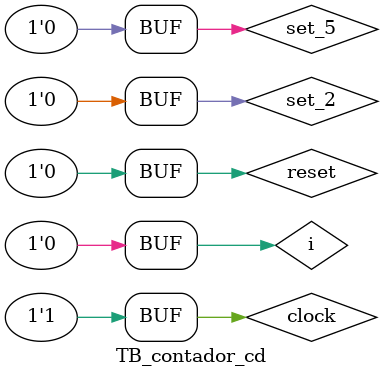
<source format=v>
module contador_cd(clock, i, reset, set_2, set_5, S3, S2, S1, S0);
  input clock, i, reset, set_2, set_5;
  output S3, S2, S1, S0;

  wire a, b, c, d;
  wire j3, k3, j2, k2, j1, k1, j0, k0;

  wire reset_jk3, reset_jk2, reset_jk1, reset_jk0;

  or or0(reset_jk3, reset, set_2, set_5);
  or or1(reset_jk2, reset, set_2);
  or or2(reset_jk1, reset, set_5);
  or or3(reset_jk0, reset, set_2);

  LEP_contador_cd LEP_contador_cd0(
    i, a, b, c, d,
    j3, k3, j2, k2, j1, k1, j0, k0
  );

  FF_jk FF_jk3(
    j3, k3, reset_jk3, 1'b0, clock, a
  );

  FF_jk FF_jk2(
    j2, k2, reset_jk2, set_5, clock, b
  );

  FF_jk FF_jk1(
    j1, k1, reset_jk1, set_2, clock, c
  );

  FF_jk FF_jk0(
    j0, k0, reset_jk0, set_5, clock, d
  );

  assign S3 = a;
  assign S2 = b;
  assign S1 = c;
  assign S0 = d;
endmodule

module LEP_contador_cd(i, a, b, c, d, j3, k3, j2, k2, j1, k1, j0, k0);
  input i, a, b, c, d;
  output j3, k3, j2, k2, j1, k1, j0, k0;

  wire not_i, not_a, not_b, not_c, not_d;
  wire w0, w1, w2, w3, w4, w5, w6, w7, w8, w9;
  wire w10, w11, w12, w13, w14;

  not not0(not_i, i);
  not not1(not_a, a);
  not not2(not_b, b);
  not not3(not_c, c);
  not not4(not_d, d);
  
  // j3 = (i, a, b, c, d) = i'b'c'd' + ia'bcd
  and and0(w0, not_i, not_b, not_c, not_d);
  and and1(w1, i, not_a, b, c, d);
  or or0(j3, w0, w1);

  // k3 = (i, a, b, c, d) = i'b'c'd' + ib'c'd
  and and2(w2, not_i, not_b, not_c, not_d);
  and and3(w3, i, not_b, not_c, d);
  or or1(k3, w2, w3);

  // j2 = (i, a, b, c, d) = i'ab'c'd' + ia'cd
  and and4(w4, not_i, a, not_b, not_c, not_d);
  and and5(w5, i, not_a, c, d);
  or or2(j2, w4, w5);

  // k2 = (i, a, b, c, d) = i'a'c'd' + ia'cd
  and and6(w6, not_i, not_a, not_c, not_d);
  and and7(w7, i, not_a, c, d);
  or or3(k2, w6, w7);

  // j1 = (i, a, b, c, d) = i'a'bd' + i'ab'c'd' + ia'd
  and and8(w8, not_i, not_a, b, not_d);
  and and9(w9, not_i, a, not_b, not_c, not_d);
  and and10(w10, i, not_a, d);
  or or4(j1, w8, w9, w10);

  // k1 = (i, a, b, c, d) = i'a'd' + ia'd
  and and11(w11, not_i, not_a, not_d);
  and and12(w12, i, not_a, d);
  or or5(k1, w11, w12);

  // j0 = (i, a, b, c, d) = a' + b'c'
  and and13(w13, not_b, not_c);
  or or6(j0, not_a, w13);

  // k0 = (i, a, b, c, d) = a' + b'c'
  and and14(w14, not_b, not_c);
  or or7(k0, not_a, w14);
endmodule

module TB_contador_cd();
  reg clock, reset, set_2, set_5, i;
  wire S3, S2, S1, S0;

  contador_cd contador_cd(clock, i, reset, set_2, set_5, S3, S2, S1, S0);

  initial begin
    clock = 1'b0; i = 1'b1; reset = 1'b0; set_2 = 1'b0; set_5 = 1'b0;
    clock = 1'b0; #10; // S = 0000
    clock = 1'b1; #10; // S = 0001
    clock = 1'b0; #10; // S = 0001
    clock = 1'b1; #10; // S = 0010
    clock = 1'b0; #10; // S = 0010
    clock = 1'b1; #10; // S = 0011
    clock = 1'b0; #10; // S = 0011
    clock = 1'b1; #10; // S = 0100
    clock = 1'b0; #10; // S = 0100
    clock = 1'b1; #10; // S = 0101
    clock = 1'b0; #10; // S = 0101
    clock = 1'b1; #10; // S = 0110
    clock = 1'b0; #10; // S = 0110
    clock = 1'b1; #10; // S = 0111
    clock = 1'b0; #10; // S = 0111
    clock = 1'b1; #10; // S = 1000
    clock = 1'b0; #10; // S = 1000
    clock = 1'b1; #10; // S = 1001
    clock = 1'b0; #10; // S = 1001
    clock = 1'b1; #10; // S = 0000
    clock = 1'b0; #10; // S = 0000
    clock = 1'b1; #10; // S = 0001
    clock = 1'b0; #10; // S = 0001

    reset = 1'b1; #10; // S = 0000
    reset = 1'b0; #10; // S = 0000

    clock = 1'b0; #10; // S = 0000
    clock = 1'b1; #10; // S = 0001
    clock = 1'b0; #10; // S = 0001
    clock = 1'b1; #10; // S = 0010

    reset = 1'b1; #10; // S = 0000
    reset = 1'b0; #10; // S = 0000

    set_2 = 1'b1; #10; // S = 0010
    set_2 = 1'b0; #10; // S = 0010
    
    clock = 1'b0; #10; // S = 0010
    clock = 1'b1; #10; // S = 0011

    reset = 1'b1; #10; // S = 0000
    reset = 1'b0; #10; // S = 0000

    set_5 = 1'b1; #10; // S = 0101
    set_5 = 1'b0; #10; // S = 0101

    clock = 1'b0; #10; // S = 0101
    clock = 1'b1; #10; // S = 0110

    // teste decremento
    i = 1'b0; #10; // S = 0110
    clock = 1'b0; #10; // S = 0110
    clock = 1'b1; #10; // S = 0101
    clock = 1'b0; #10; // S = 0101
    clock = 1'b1; #10; // S = 0100
    clock = 1'b0; #10; // S = 0100
    clock = 1'b1; #10; // S = 0011
    clock = 1'b0; #10; // S = 0011
    clock = 1'b1; #10; // S = 0010
  end
endmodule
</source>
